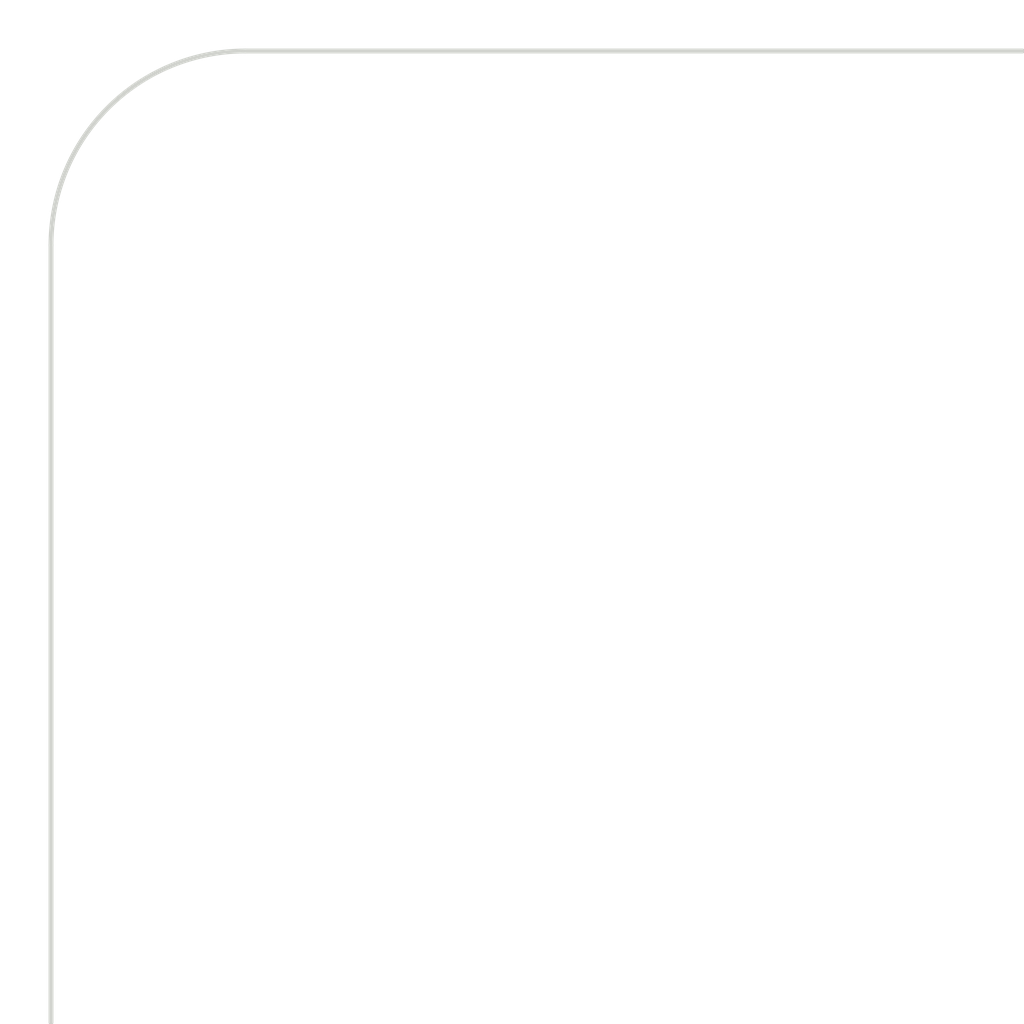
<source format=kicad_pcb>
(kicad_pcb
	(version 20240108)
	(generator "pcbnew")
	(generator_version "8.0")
	(general
		(thickness 1.5742)
		(legacy_teardrops no)
	)
	(paper "A5")
	(title_block
		(title "SET!!!")
		(date "SET!!!")
		(rev "VERV")
		(company "ELT")
		(comment 2 "SET!!!")
		(comment 3 "SET!!!")
	)
	(layers
		(0 "F.Cu" signal)
		(1 "In1.Cu" power)
		(2 "In2.Cu" power)
		(31 "B.Cu" signal)
		(32 "B.Adhes" user "B.Adhesive")
		(33 "F.Adhes" user "F.Adhesive")
		(34 "B.Paste" user)
		(35 "F.Paste" user)
		(36 "B.SilkS" user "B.Silkscreen")
		(37 "F.SilkS" user "F.Silkscreen")
		(38 "B.Mask" user)
		(39 "F.Mask" user)
		(40 "Dwgs.User" user "User.Drawings")
		(41 "Cmts.User" user "User.Comments")
		(42 "Eco1.User" user "User.Eco1")
		(43 "Eco2.User" user "User.Eco2")
		(44 "Edge.Cuts" user)
		(45 "Margin" user)
		(46 "B.CrtYd" user "B.Courtyard")
		(47 "F.CrtYd" user "F.Courtyard")
		(48 "B.Fab" user)
		(49 "F.Fab" user)
	)
	(setup
		(stackup
			(layer "F.SilkS"
				(type "Top Silk Screen")
			)
			(layer "F.Paste"
				(type "Top Solder Paste")
			)
			(layer "F.Mask"
				(type "Top Solder Mask")
				(thickness 0.005)
			)
			(layer "F.Cu"
				(type "copper")
				(thickness 0.035)
			)
			(layer "dielectric 1"
				(type "prepreg")
				(thickness 0.0994)
				(material "3313")
				(epsilon_r 4.1)
				(loss_tangent 0.002)
			)
			(layer "In1.Cu"
				(type "copper")
				(thickness 0.0152)
			)
			(layer "dielectric 2"
				(type "core")
				(color "FR4 natural")
				(thickness 1.265)
				(material "FR4")
				(epsilon_r 4.5)
				(loss_tangent 0.02)
			)
			(layer "In2.Cu"
				(type "copper")
				(thickness 0.0152)
			)
			(layer "dielectric 3"
				(type "prepreg")
				(color "FR4 natural")
				(thickness 0.0994)
				(material "3313")
				(epsilon_r 4.1)
				(loss_tangent 0.002)
			)
			(layer "B.Cu"
				(type "copper")
				(thickness 0.035)
			)
			(layer "B.Mask"
				(type "Bottom Solder Mask")
				(thickness 0.005)
			)
			(layer "B.Paste"
				(type "Bottom Solder Paste")
			)
			(layer "B.SilkS"
				(type "Bottom Silk Screen")
			)
			(copper_finish "HAL SnPb")
			(dielectric_constraints no)
		)
		(pad_to_mask_clearance 0)
		(allow_soldermask_bridges_in_footprints no)
		(aux_axis_origin 30 30)
		(grid_origin 30 30)
		(pcbplotparams
			(layerselection 0x00010fc_ffffffff)
			(plot_on_all_layers_selection 0x0000000_00000000)
			(disableapertmacros no)
			(usegerberextensions no)
			(usegerberattributes yes)
			(usegerberadvancedattributes yes)
			(creategerberjobfile yes)
			(dashed_line_dash_ratio 12.000000)
			(dashed_line_gap_ratio 3.000000)
			(svgprecision 4)
			(plotframeref no)
			(viasonmask no)
			(mode 1)
			(useauxorigin no)
			(hpglpennumber 1)
			(hpglpenspeed 20)
			(hpglpendiameter 15.000000)
			(pdf_front_fp_property_popups yes)
			(pdf_back_fp_property_popups yes)
			(dxfpolygonmode yes)
			(dxfimperialunits yes)
			(dxfusepcbnewfont yes)
			(psnegative no)
			(psa4output no)
			(plotreference yes)
			(plotvalue yes)
			(plotfptext yes)
			(plotinvisibletext no)
			(sketchpadsonfab no)
			(subtractmaskfromsilk no)
			(outputformat 1)
			(mirror no)
			(drillshape 1)
			(scaleselection 1)
			(outputdirectory "")
		)
	)
	(net 0 "")
	(gr_line
		(start 30 31)
		(end 30 29)
		(stroke
			(width 0.1)
			(type default)
		)
		(layer "Dwgs.User")
		(uuid "2d234295-a4e9-4746-9124-b08f024a2e2e")
	)
	(gr_line
		(start 31 30)
		(end 29 30)
		(stroke
			(width 0.1)
			(type default)
		)
		(layer "Dwgs.User")
		(uuid "5243a095-e707-45ff-a146-a83980720831")
	)
	(gr_line
		(start 34 30)
		(end 50 30)
		(stroke
			(width 0.1)
			(type default)
		)
		(layer "Edge.Cuts")
		(uuid "32420774-041b-427a-ba95-49513e863289")
	)
	(gr_arc
		(start 29.999999 34.000001)
		(mid 31.171572 31.171573)
		(end 34 30)
		(stroke
			(width 0.1)
			(type default)
		)
		(layer "Edge.Cuts")
		(uuid "926c1e92-b704-4125-beee-5a873cfc4da8")
	)
	(gr_line
		(start 29.999999 34.000001)
		(end 29.999999 50)
		(stroke
			(width 0.1)
			(type default)
		)
		(layer "Edge.Cuts")
		(uuid "b63d02d3-6342-4c27-ac2e-268e2ac8f3ad")
	)
)

</source>
